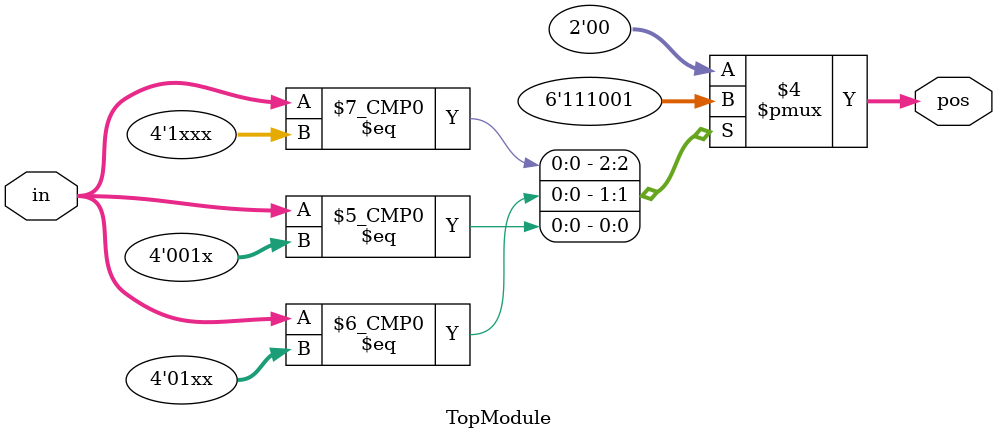
<source format=sv>
module TopModule (
    input logic [3:0] in,
    output logic [1:0] pos
);

always @(*) begin
    case (in)
        4'b1xxx: pos = 2'b11; // in[3] is high
        4'b01xx: pos = 2'b10; // in[2] is high
        4'b001x: pos = 2'b01; // in[1] is high
        4'b0001: pos = 2'b00; // in[0] is high
        default: pos = 2'b00; // all bits are low
    endcase
end

endmodule
</source>
